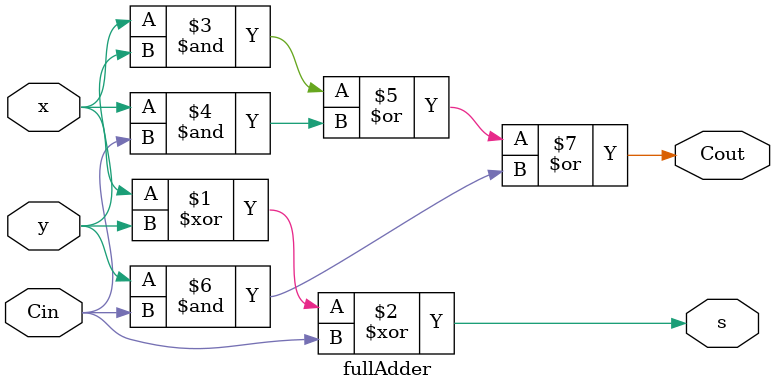
<source format=v>

module fullAdder (Cin, x, y, s, Cout);
	input Cin, x , y;
	output s, Cout;
	
	assign s = x ^ y ^ Cin;
	assign Cout = (x & y)|(x & Cin)|(y & Cin);
	
endmodule
	
</source>
